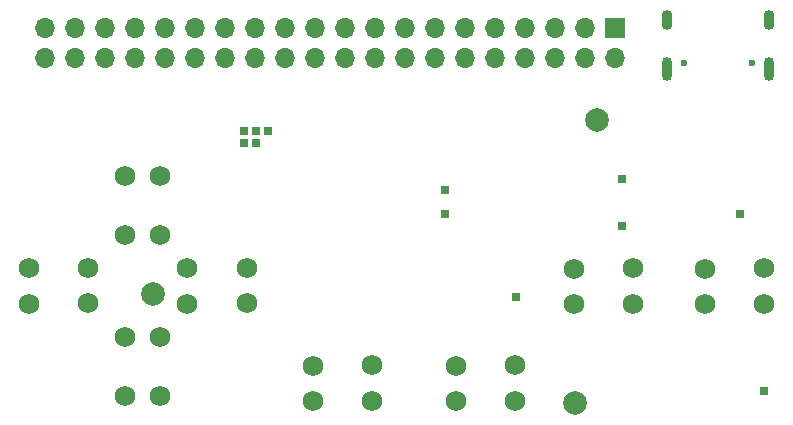
<source format=gbr>
%TF.GenerationSoftware,KiCad,Pcbnew,(6.0.7)*%
%TF.CreationDate,2022-09-06T16:20:22+10:00*%
%TF.ProjectId,SolderingInduction,536f6c64-6572-4696-9e67-496e64756374,3.0.0*%
%TF.SameCoordinates,PX7735940PY47868c0*%
%TF.FileFunction,Soldermask,Top*%
%TF.FilePolarity,Negative*%
%FSLAX46Y46*%
G04 Gerber Fmt 4.6, Leading zero omitted, Abs format (unit mm)*
G04 Created by KiCad (PCBNEW (6.0.7)) date 2022-09-06 16:20:22*
%MOMM*%
%LPD*%
G01*
G04 APERTURE LIST*
G04 Aperture macros list*
%AMRoundRect*
0 Rectangle with rounded corners*
0 $1 Rounding radius*
0 $2 $3 $4 $5 $6 $7 $8 $9 X,Y pos of 4 corners*
0 Add a 4 corners polygon primitive as box body*
4,1,4,$2,$3,$4,$5,$6,$7,$8,$9,$2,$3,0*
0 Add four circle primitives for the rounded corners*
1,1,$1+$1,$2,$3*
1,1,$1+$1,$4,$5*
1,1,$1+$1,$6,$7*
1,1,$1+$1,$8,$9*
0 Add four rect primitives between the rounded corners*
20,1,$1+$1,$2,$3,$4,$5,0*
20,1,$1+$1,$4,$5,$6,$7,0*
20,1,$1+$1,$6,$7,$8,$9,0*
20,1,$1+$1,$8,$9,$2,$3,0*%
G04 Aperture macros list end*
%ADD10R,1.700000X1.700000*%
%ADD11O,1.700000X1.700000*%
%ADD12RoundRect,0.075000X-0.300000X-0.300000X0.300000X-0.300000X0.300000X0.300000X-0.300000X0.300000X0*%
%ADD13C,1.750000*%
%ADD14C,2.000000*%
%ADD15O,0.900000X1.700000*%
%ADD16O,0.900000X2.000000*%
%ADD17C,0.600000*%
G04 APERTURE END LIST*
D10*
%TO.C,J3*%
X17900000Y17275000D03*
D11*
X17900000Y14735000D03*
X15360000Y17275000D03*
X15360000Y14735000D03*
X12820000Y17275000D03*
X12820000Y14735000D03*
X10280000Y17275000D03*
X10280000Y14735000D03*
X7740000Y17275000D03*
X7740000Y14735000D03*
X5200000Y17275000D03*
X5200000Y14735000D03*
X2660000Y17275000D03*
X2660000Y14735000D03*
X120000Y17275000D03*
X120000Y14735000D03*
X-2420000Y17275000D03*
X-2420000Y14735000D03*
X-4960000Y17275000D03*
X-4960000Y14735000D03*
X-7500000Y17275000D03*
X-7500000Y14735000D03*
X-10040000Y17275000D03*
X-10040000Y14735000D03*
X-12580000Y17275000D03*
X-12580000Y14735000D03*
X-15120000Y17275000D03*
X-15120000Y14735000D03*
X-17660000Y17275000D03*
X-17660000Y14735000D03*
X-20200000Y17275000D03*
X-20200000Y14735000D03*
X-22740000Y17275000D03*
X-22740000Y14735000D03*
X-25280000Y17275000D03*
X-25280000Y14735000D03*
X-27820000Y17275000D03*
X-27820000Y14735000D03*
X-30360000Y17275000D03*
X-30360000Y14735000D03*
%TD*%
D12*
%TO.C,TP11*%
X-11500000Y8500000D03*
%TD*%
%TO.C,TP7*%
X-13500000Y8500000D03*
%TD*%
%TO.C,TP6*%
X-12500000Y7500000D03*
%TD*%
%TO.C,TP4*%
X-13500000Y7500000D03*
%TD*%
%TO.C,TP3*%
X-12500000Y8500000D03*
%TD*%
D13*
%TO.C,SW3*%
X-26700000Y-6050000D03*
X-31700000Y-6100000D03*
X-26700000Y-3100000D03*
X-31700000Y-3100000D03*
%TD*%
D12*
%TO.C,TP5*%
X30500000Y-13500000D03*
%TD*%
D13*
%TO.C,SW6*%
X25500000Y-3150000D03*
X30500000Y-3100000D03*
X25500000Y-6100000D03*
X30500000Y-6100000D03*
%TD*%
D12*
%TO.C,TP2*%
X3500000Y1500000D03*
%TD*%
%TO.C,TP10*%
X18500000Y4500000D03*
%TD*%
D13*
%TO.C,SW5*%
X-20650000Y4700000D03*
X-20600000Y-300000D03*
X-23600000Y-300000D03*
X-23600000Y4700000D03*
%TD*%
D12*
%TO.C,TP9*%
X18500000Y500000D03*
%TD*%
D14*
%TO.C,FID3*%
X16400000Y9500000D03*
%TD*%
D13*
%TO.C,SW1*%
X-20650000Y-8900000D03*
X-20600000Y-13900000D03*
X-23600000Y-8900000D03*
X-23600000Y-13900000D03*
%TD*%
D12*
%TO.C,TP1*%
X3500000Y3500000D03*
%TD*%
D14*
%TO.C,FID2*%
X14500000Y-14500000D03*
%TD*%
D13*
%TO.C,SW2*%
X9460000Y-11300000D03*
X4460000Y-11350000D03*
X4460000Y-14300000D03*
X9460000Y-14300000D03*
%TD*%
%TO.C,SW8*%
X-7700000Y-11350000D03*
X-2700000Y-11300000D03*
X-7700000Y-14300000D03*
X-2700000Y-14300000D03*
%TD*%
D12*
%TO.C,TP8*%
X28500000Y1500000D03*
%TD*%
D13*
%TO.C,SW7*%
X-13300000Y-6050000D03*
X-18300000Y-6100000D03*
X-13300000Y-3100000D03*
X-18300000Y-3100000D03*
%TD*%
%TO.C,SW4*%
X14450000Y-3150000D03*
X19450000Y-3100000D03*
X19450000Y-6100000D03*
X14450000Y-6100000D03*
%TD*%
D12*
%TO.C,TP12*%
X9500000Y-5500000D03*
%TD*%
D14*
%TO.C,FID1*%
X-21200000Y-5250000D03*
%TD*%
D15*
%TO.C,J1*%
X22305000Y17940000D03*
D16*
X30945000Y13770000D03*
X22305000Y13770000D03*
D15*
X30945000Y17940000D03*
D17*
X29515000Y14250000D03*
X23735000Y14250000D03*
%TD*%
M02*

</source>
